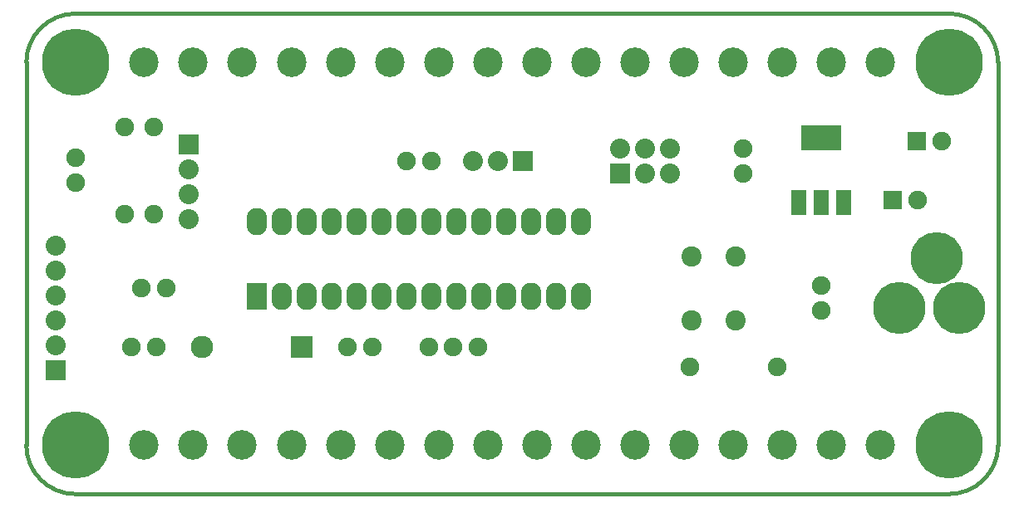
<source format=gts>
G04 (created by PCBNEW (2013-02-27 BZR 3976)-stable) date 15/04/2013 12:50:54*
%MOIN*%
G04 Gerber Fmt 3.4, Leading zero omitted, Abs format*
%FSLAX34Y34*%
G01*
G70*
G90*
G04 APERTURE LIST*
%ADD10C,3.14961e-006*%
%ADD11C,0.015*%
%ADD12C,0.09*%
%ADD13R,0.09X0.09*%
%ADD14O,0.082X0.11*%
%ADD15R,0.082X0.11*%
%ADD16C,0.075*%
%ADD17R,0.164X0.1*%
%ADD18R,0.06X0.1*%
%ADD19R,0.08X0.08*%
%ADD20C,0.08*%
%ADD21R,0.075X0.075*%
%ADD22C,0.1184*%
%ADD23C,0.081*%
%ADD24C,0.209*%
%ADD25C,0.27*%
G04 APERTURE END LIST*
G54D10*
G54D11*
X36407Y-31236D02*
X71446Y-31236D01*
X34438Y-48559D02*
X34438Y-33204D01*
X71446Y-50527D02*
X36407Y-50527D01*
X73414Y-33204D02*
X73414Y-48559D01*
X34438Y-48559D02*
G75*
G03X36407Y-50527I1968J0D01*
G74*
G01*
X71446Y-50527D02*
G75*
G03X73414Y-48559I0J1968D01*
G74*
G01*
X73414Y-33204D02*
G75*
G03X71446Y-31236I-1968J0D01*
G74*
G01*
X36407Y-31236D02*
G75*
G03X34438Y-33204I0J-1968D01*
G74*
G01*
G54D12*
X41493Y-44622D03*
G54D13*
X45493Y-44622D03*
G54D14*
X44686Y-42578D03*
X45686Y-42578D03*
X46686Y-42578D03*
X47686Y-42578D03*
X48686Y-42578D03*
X49686Y-42578D03*
X50686Y-42578D03*
X51686Y-42578D03*
X52686Y-42578D03*
X53686Y-42578D03*
X54686Y-42578D03*
X55686Y-42578D03*
X56686Y-42578D03*
G54D15*
X43686Y-42578D03*
G54D14*
X56686Y-39578D03*
X55686Y-39578D03*
X54686Y-39578D03*
X53686Y-39578D03*
X52686Y-39578D03*
X51686Y-39578D03*
X50686Y-39578D03*
X49686Y-39578D03*
X48686Y-39578D03*
X47686Y-39578D03*
X46686Y-39578D03*
X45686Y-39578D03*
X44686Y-39578D03*
X43686Y-39578D03*
G54D16*
X39556Y-39285D03*
X39556Y-35785D03*
X38375Y-39285D03*
X38375Y-35785D03*
X64535Y-45409D03*
X61035Y-45409D03*
G54D17*
X66328Y-36235D03*
G54D18*
X66328Y-38835D03*
X67228Y-38835D03*
X65428Y-38835D03*
G54D19*
X58241Y-37641D03*
G54D20*
X58241Y-36641D03*
X59241Y-37641D03*
X59241Y-36641D03*
X60241Y-37641D03*
X60241Y-36641D03*
G54D21*
X70159Y-36354D03*
G54D16*
X71159Y-36354D03*
G54D21*
X69174Y-38716D03*
G54D16*
X70174Y-38716D03*
X63178Y-36641D03*
X63178Y-37641D03*
X50686Y-37141D03*
X49686Y-37141D03*
X39662Y-44622D03*
X38662Y-44622D03*
X47324Y-44622D03*
X48324Y-44622D03*
X36407Y-37035D03*
X36407Y-38035D03*
X39056Y-42259D03*
X40056Y-42259D03*
X66328Y-42153D03*
X66328Y-43153D03*
G54D22*
X52942Y-48559D03*
X50973Y-48559D03*
X49005Y-48559D03*
X47036Y-48559D03*
X45068Y-48559D03*
X43099Y-48559D03*
X41131Y-48559D03*
X39162Y-48559D03*
X54911Y-33204D03*
X56880Y-33204D03*
X58848Y-33204D03*
X60817Y-33204D03*
X62785Y-33204D03*
X64754Y-33204D03*
X66722Y-33204D03*
X68691Y-33204D03*
X39162Y-33204D03*
X41131Y-33204D03*
X43099Y-33204D03*
X45068Y-33204D03*
X47036Y-33204D03*
X49005Y-33204D03*
X50973Y-33204D03*
X52942Y-33204D03*
X68690Y-48559D03*
X66721Y-48559D03*
X64753Y-48559D03*
X62784Y-48559D03*
X60816Y-48559D03*
X58847Y-48559D03*
X56879Y-48559D03*
X54910Y-48559D03*
G54D19*
X35619Y-45547D03*
G54D20*
X35619Y-44547D03*
X35619Y-43547D03*
X35619Y-42547D03*
X35619Y-41547D03*
X35619Y-40547D03*
G54D19*
X40950Y-36500D03*
G54D20*
X40950Y-37500D03*
X40950Y-38500D03*
X40950Y-39500D03*
G54D23*
X61111Y-40979D03*
X62883Y-40979D03*
X61111Y-43539D03*
X62883Y-43539D03*
G54D16*
X50580Y-44622D03*
X52548Y-44622D03*
X51564Y-44622D03*
G54D24*
X71840Y-43047D03*
X69440Y-43047D03*
X70940Y-41047D03*
G54D19*
X54336Y-37141D03*
G54D20*
X53336Y-37141D03*
X52336Y-37141D03*
G54D25*
X36407Y-33204D03*
X36407Y-48559D03*
X71446Y-33204D03*
X71446Y-48559D03*
M02*

</source>
